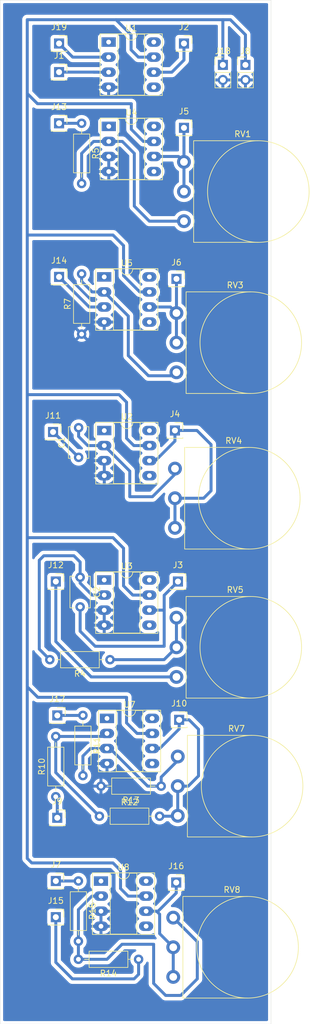
<source format=kicad_pcb>
(kicad_pcb (version 20240108) (generator "pcbnew") (generator_version "8.0")
  (layers (0 "F.Cu" signal) (31 "B.Cu" signal) (34 "B.Paste" user) (35 "F.Paste" user) (36 "B.SilkS" user "B.Silkscreen") (37 "F.SilkS" user "F.Silkscreen") (38 "B.Mask" user) (39 "F.Mask" user) (44 "Edge.Cuts" user))
  (net 0 "")
  (net 1 "GND")
  (net 2 "Net-(J2-Pin_1)")
  (net 5 "Net-(U2--)")
  (net 6 "Net-(J4-Pin_1)")
  (net 9 "Net-(U3--)")
  (net 10 "Net-(J3-Pin_1)")
  (net 13 "Net-(J5-Pin_1)")
  (net 14 "Net-(U4--)")
  (net 17 "Net-(J6-Pin_1)")
  (net 18 "Net-(U5--)")
  (net 21 "Net-(J11-Pin_1)")
  (net 22 "Net-(J1-Pin_1)")
  (net 23 "Net-(J12-Pin_1)")
  (net 24 "Net-(J13-Pin_1)")
  (net 25 "Net-(J14-Pin_1)")
  (net 26 "Net-(J9-Pin_1)")
  (net 27 "Net-(J10-Pin_1)")
  (net 28 "Net-(U7--)")
  (net 29 "Net-(U7-+)")
  (net 32 "Net-(J16-Pin_1)")
  (net 33 "Net-(U8--)")
  (net 34 "Net-(J15-Pin_1)")
  (net 37 "Net-(J17-Pin_1)")
  (net 38 "VCC")
  (net 39 "Net-(J19-Pin_1)")
  (net 40 "Net-(R4-Pad1)")
  (net 48 "Net-(J7-Pin_1)")
  (footprint "Resistor_THT:R_Axial_DIN0207_L6.3mm_D2.5mm_P10.16mm_Horizontal" (layer "F.Cu") (at 114.808 167.386 -90)
    (property "Reference" "R15" (at 5.08 -2.37 90) (layer "F.SilkS"))
    (property "Value" "R")
    (pad "1" thru_hole circle (at 0 0 270) (size 1.6 1.6) (drill 0.8) (layers "*.Cu" "*.Mask") (net 48 "Net-(J7-Pin_1)"))
    (pad "2" thru_hole oval (at 10.16 0 270) (size 1.6 1.6) (drill 0.8) (layers "*.Cu" "*.Mask") (net 33 "Net-(U8--)"))
  )
  (footprint "Package_DIP:DIP-8_W7.62mm_Socket_LongPads" (layer "F.Cu") (at 119.911 25.869)
    (property "Reference" "U1" (at 3.81 -2.33 0) (layer "F.SilkS"))
    (property "Value" "LM741")
    (pad "1" thru_hole rect (at 0 0) (size 2.4 1.6) (drill 0.8) (layers "*.Cu" "*.Mask"))
    (pad "2" thru_hole oval (at 0 2.54) (size 2.4 1.6) (drill 0.8) (layers "*.Cu" "*.Mask") (net 39 "Net-(J19-Pin_1)"))
    (pad "3" thru_hole oval (at 0 5.08) (size 2.4 1.6) (drill 0.8) (layers "*.Cu" "*.Mask") (net 22 "Net-(J1-Pin_1)"))
    (pad "4" thru_hole oval (at 0 7.62) (size 2.4 1.6) (drill 0.8) (layers "*.Cu" "*.Mask") (net 1 "GND"))
    (pad "5" thru_hole oval (at 7.62 7.62) (size 2.4 1.6) (drill 0.8) (layers "*.Cu" "*.Mask"))
    (pad "6" thru_hole oval (at 7.62 5.08) (size 2.4 1.6) (drill 0.8) (layers "*.Cu" "*.Mask") (net 2 "Net-(J2-Pin_1)"))
    (pad "7" thru_hole oval (at 7.62 2.54) (size 2.4 1.6) (drill 0.8) (layers "*.Cu" "*.Mask") (net 38 "VCC"))
    (pad "8" thru_hole oval (at 7.62 0) (size 2.4 1.6) (drill 0.8) (layers "*.Cu" "*.Mask"))
  )
  (footprint "Potentiometer_THT:Potentiometer_Omeg_PC16BU_Vertical" (layer "F.Cu") (at 132.626 56.08)
    (property "Reference" "RV1" (at 9.915 -14.7 0) (layer "F.SilkS"))
    (property "Value" "R_Potentiometer")
    (pad "1" thru_hole circle (at 0 0) (size 2.34 2.34) (drill 1.3) (layers "*.Cu" "*.Mask") (net 14 "Net-(U4--)"))
    (pad "2" thru_hole circle (at 0 -5) (size 2.34 2.34) (drill 1.3) (layers "*.Cu" "*.Mask") (net 13 "Net-(J5-Pin_1)"))
    (pad "3" thru_hole circle (at 0 -10) (size 2.34 2.34) (drill 1.3) (layers "*.Cu" "*.Mask") (net 13 "Net-(J5-Pin_1)"))
  )
  (footprint "Resistor_THT:R_Axial_DIN0207_L6.3mm_D2.5mm_P10.16mm_Horizontal" (layer "F.Cu") (at 110.988 153.162 90)
    (property "Reference" "R10" (at 5.08 -2.37 90) (layer "F.SilkS"))
    (property "Value" "R")
    (pad "1" thru_hole circle (at 0 0 90) (size 1.6 1.6) (drill 0.8) (layers "*.Cu" "*.Mask") (net 26 "Net-(J9-Pin_1)"))
    (pad "2" thru_hole oval (at 10.16 0 90) (size 1.6 1.6) (drill 0.8) (layers "*.Cu" "*.Mask") (net 28 "Net-(U7--)"))
  )
  (footprint "Package_DIP:DIP-8_W7.62mm_Socket_LongPads" (layer "F.Cu") (at 119.936 40.088)
    (property "Reference" "U4" (at 3.81 -2.33 0) (layer "F.SilkS"))
    (property "Value" "LM741")
    (pad "1" thru_hole rect (at 0 0) (size 2.4 1.6) (drill 0.8) (layers "*.Cu" "*.Mask"))
    (pad "2" thru_hole oval (at 0 2.54) (size 2.4 1.6) (drill 0.8) (layers "*.Cu" "*.Mask") (net 14 "Net-(U4--)"))
    (pad "3" thru_hole oval (at 0 5.08) (size 2.4 1.6) (drill 0.8) (layers "*.Cu" "*.Mask") (net 1 "GND"))
    (pad "4" thru_hole oval (at 0 7.62) (size 2.4 1.6) (drill 0.8) (layers "*.Cu" "*.Mask") (net 1 "GND"))
    (pad "5" thru_hole oval (at 7.62 7.62) (size 2.4 1.6) (drill 0.8) (layers "*.Cu" "*.Mask"))
    (pad "6" thru_hole oval (at 7.62 5.08) (size 2.4 1.6) (drill 0.8) (layers "*.Cu" "*.Mask") (net 13 "Net-(J5-Pin_1)"))
    (pad "7" thru_hole oval (at 7.62 2.54) (size 2.4 1.6) (drill 0.8) (layers "*.Cu" "*.Mask") (net 38 "VCC"))
    (pad "8" thru_hole oval (at 7.62 0) (size 2.4 1.6) (drill 0.8) (layers "*.Cu" "*.Mask"))
  )
  (footprint "Package_DIP:DIP-8_W7.62mm_Socket_LongPads" (layer "F.Cu") (at 119.174 91.396)
    (property "Reference" "U2" (at 3.81 -2.33 0) (layer "F.SilkS"))
    (property "Value" "LM741")
    (pad "1" thru_hole rect (at 0 0) (size 2.4 1.6) (drill 0.8) (layers "*.Cu" "*.Mask"))
    (pad "2" thru_hole oval (at 0 2.54) (size 2.4 1.6) (drill 0.8) (layers "*.Cu" "*.Mask") (net 5 "Net-(U2--)"))
    (pad "3" thru_hole oval (at 0 5.08) (size 2.4 1.6) (drill 0.8) (layers "*.Cu" "*.Mask") (net 1 "GND"))
    (pad "4" thru_hole oval (at 0 7.62) (size 2.4 1.6) (drill 0.8) (layers "*.Cu" "*.Mask") (net 1 "GND"))
    (pad "5" thru_hole oval (at 7.62 7.62) (size 2.4 1.6) (drill 0.8) (layers "*.Cu" "*.Mask"))
    (pad "6" thru_hole oval (at 7.62 5.08) (size 2.4 1.6) (drill 0.8) (layers "*.Cu" "*.Mask") (net 6 "Net-(J4-Pin_1)"))
    (pad "7" thru_hole oval (at 7.62 2.54) (size 2.4 1.6) (drill 0.8) (layers "*.Cu" "*.Mask") (net 38 "VCC"))
    (pad "8" thru_hole oval (at 7.62 0) (size 2.4 1.6) (drill 0.8) (layers "*.Cu" "*.Mask"))
  )
  (footprint "Connector_PinSocket_2.54mm:PinSocket_1x01_P2.54mm_Vertical" (layer "F.Cu") (at 110.998 116.866)
    (property "Reference" "J12" (at 0 -2.77 0) (layer "F.SilkS"))
    (property "Value" "Conn_01x01_Pin")
    (pad "1" thru_hole rect (at 0 0) (size 1.7 1.7) (drill 1) (layers "*.Cu" "*.Mask") (net 23 "Net-(J12-Pin_1)"))
  )
  (footprint "Connector_PinSocket_2.54mm:PinSocket_1x01_P2.54mm_Vertical" (layer "F.Cu") (at 131.362 65.812)
    (property "Reference" "J6" (at 0 -2.77 0) (layer "F.SilkS"))
    (property "Value" "Conn_01x01_Pin")
    (pad "1" thru_hole rect (at 0 0) (size 1.7 1.7) (drill 1) (layers "*.Cu" "*.Mask") (net 17 "Net-(J6-Pin_1)"))
  )
  (footprint "Package_DIP:DIP-8_W7.62mm_Socket_LongPads" (layer "F.Cu") (at 119.634 139.954)
    (property "Reference" "U7" (at 3.81 -2.33 0) (layer "F.SilkS"))
    (property "Value" "LM741")
    (pad "1" thru_hole rect (at 0 0) (size 2.4 1.6) (drill 0.8) (layers "*.Cu" "*.Mask"))
    (pad "2" thru_hole oval (at 0 2.54) (size 2.4 1.6) (drill 0.8) (layers "*.Cu" "*.Mask") (net 28 "Net-(U7--)"))
    (pad "3" thru_hole oval (at 0 5.08) (size 2.4 1.6) (drill 0.8) (layers "*.Cu" "*.Mask") (net 29 "Net-(U7-+)"))
    (pad "4" thru_hole oval (at 0 7.62) (size 2.4 1.6) (drill 0.8) (layers "*.Cu" "*.Mask") (net 1 "GND"))
    (pad "5" thru_hole oval (at 7.62 7.62) (size 2.4 1.6) (drill 0.8) (layers "*.Cu" "*.Mask"))
    (pad "6" thru_hole oval (at 7.62 5.08) (size 2.4 1.6) (drill 0.8) (layers "*.Cu" "*.Mask") (net 27 "Net-(J10-Pin_1)"))
    (pad "7" thru_hole oval (at 7.62 2.54) (size 2.4 1.6) (drill 0.8) (layers "*.Cu" "*.Mask") (net 38 "VCC"))
    (pad "8" thru_hole oval (at 7.62 0) (size 2.4 1.6) (drill 0.8) (layers "*.Cu" "*.Mask"))
  )
  (footprint "Resistor_THT:R_Axial_DIN0207_L6.3mm_D2.5mm_P10.16mm_Horizontal" (layer "F.Cu") (at 128.778 151.384 180)
    (property "Reference" "R13" (at 5.08 -2.37 0) (layer "F.SilkS"))
    (property "Value" "R")
    (pad "1" thru_hole circle (at 0 0 180) (size 1.6 1.6) (drill 0.8) (layers "*.Cu" "*.Mask") (net 29 "Net-(U7-+)"))
    (pad "2" thru_hole oval (at 10.16 0 180) (size 1.6 1.6) (drill 0.8) (layers "*.Cu" "*.Mask") (net 1 "GND"))
  )
  (footprint "Connector_PinSocket_2.54mm:PinSocket_1x01_P2.54mm_Vertical" (layer "F.Cu") (at 111.544 26.108)
    (property "Reference" "J19" (at 0 -2.77 0) (layer "F.SilkS"))
    (property "Value" "Conn_01x01_Pin")
    (pad "1" thru_hole rect (at 0 0) (size 1.7 1.7) (drill 1) (layers "*.Cu" "*.Mask") (net 39 "Net-(J19-Pin_1)"))
  )
  (footprint "Potentiometer_THT:Potentiometer_Omeg_PC16BU_Vertical" (layer "F.Cu") (at 131.108 107.816)
    (property "Reference" "RV4" (at 9.915 -14.7 0) (layer "F.SilkS"))
    (property "Value" "R_Potentiometer")
    (pad "1" thru_hole circle (at 0 0) (size 2.34 2.34) (drill 1.3) (layers "*.Cu" "*.Mask") (net 6 "Net-(J4-Pin_1)"))
    (pad "2" thru_hole circle (at 0 -5) (size 2.34 2.34) (drill 1.3) (layers "*.Cu" "*.Mask") (net 6 "Net-(J4-Pin_1)"))
    (pad "3" thru_hole circle (at 0 -10) (size 2.34 2.34) (drill 1.3) (layers "*.Cu" "*.Mask") (net 5 "Net-(U2--)"))
  )
  (footprint "Connector_PinSocket_2.54mm:PinSocket_1x01_P2.54mm_Vertical" (layer "F.Cu") (at 110.998 167.386)
    (property "Reference" "J7" (at 0 -2.77 0) (layer "F.SilkS"))
    (property "Value" "Conn_01x01_Pin")
    (pad "1" thru_hole rect (at 0 0) (size 1.7 1.7) (drill 1) (layers "*.Cu" "*.Mask") (net 48 "Net-(J7-Pin_1)"))
  )
  (footprint "Package_DIP:DIP-8_W7.62mm_Socket_LongPads" (layer "F.Cu") (at 119.164 116.612)
    (property "Reference" "U3" (at 3.81 -2.33 0) (layer "F.SilkS"))
    (property "Value" "LM741")
    (pad "1" thru_hole rect (at 0 0) (size 2.4 1.6) (drill 0.8) (layers "*.Cu" "*.Mask"))
    (pad "2" thru_hole oval (at 0 2.54) (size 2.4 1.6) (drill 0.8) (layers "*.Cu" "*.Mask") (net 9 "Net-(U3--)"))
    (pad "3" thru_hole oval (at 0 5.08) (size 2.4 1.6) (drill 0.8) (layers "*.Cu" "*.Mask") (net 1 "GND"))
    (pad "4" thru_hole oval (at 0 7.62) (size 2.4 1.6) (drill 0.8) (layers "*.Cu" "*.Mask") (net 1 "GND"))
    (pad "5" thru_hole oval (at 7.62 7.62) (size 2.4 1.6) (drill 0.8) (layers "*.Cu" "*.Mask"))
    (pad "6" thru_hole oval (at 7.62 5.08) (size 2.4 1.6) (drill 0.8) (layers "*.Cu" "*.Mask") (net 10 "Net-(J3-Pin_1)"))
    (pad "7" thru_hole oval (at 7.62 2.54) (size 2.4 1.6) (drill 0.8) (layers "*.Cu" "*.Mask") (net 38 "VCC"))
    (pad "8" thru_hole oval (at 7.62 0) (size 2.4 1.6) (drill 0.8) (layers "*.Cu" "*.Mask"))
  )
  (footprint "Connector_PinSocket_2.54mm:PinSocket_1x01_P2.54mm_Vertical" (layer "F.Cu") (at 111.544 65.478)
    (property "Reference" "J14" (at 0 -2.77 0) (layer "F.SilkS"))
    (property "Value" "Conn_01x01_Pin" (hide yes))
    (pad "1" thru_hole rect (at 0 0) (size 1.7 1.7) (drill 1) (layers "*.Cu" "*.Mask") (net 25 "Net-(J14-Pin_1)"))
  )
  (footprint "Connector_PinSocket_2.54mm:PinSocket_1x01_P2.54mm_Vertical" (layer "F.Cu") (at 131.816 140.198)
    (property "Reference" "J10" (at 0 -2.77 0) (layer "F.SilkS"))
    (property "Value" "Conn_01x01_Pin" (hide yes))
    (pad "1" thru_hole rect (at 0 0) (size 1.7 1.7) (drill 1) (layers "*.Cu" "*.Mask") (net 27 "Net-(J10-Pin_1)"))
  )
  (footprint "Capacitor_THT:C_Disc_D5.1mm_W3.2mm_P5.00mm" (layer "F.Cu") (at 115.1 116.144 -90)
    (property "Reference" "C2" (at 2.5 -2.85 90) (layer "F.SilkS"))
    (property "Value" "C")
    (pad "1" thru_hole circle (at 0 0 270) (size 1.6 1.6) (drill 0.8) (layers "*.Cu" "*.Mask") (net 9 "Net-(U3--)"))
    (pad "2" thru_hole circle (at 5 0 270) (size 1.6 1.6) (drill 0.8) (layers "*.Cu" "*.Mask") (net 10 "Net-(J3-Pin_1)"))
  )
  (footprint "Potentiometer_THT:Potentiometer_Omeg_PC16BU_Vertical" (layer "F.Cu") (at 130.816 183.562)
    (property "Reference" "RV8" (at 9.915 -14.7 0) (layer "F.SilkS"))
    (property "Value" "R_Potentiometer")
    (pad "1" thru_hole circle (at 0 0) (size 2.34 2.34) (drill 1.3) (layers "*.Cu" "*.Mask") (net 32 "Net-(J16-Pin_1)"))
    (pad "2" thru_hole circle (at 0 -5) (size 2.34 2.34) (drill 1.3) (layers "*.Cu" "*.Mask") (net 32 "Net-(J16-Pin_1)"))
    (pad "3" thru_hole circle (at 0 -10) (size 2.34 2.34) (drill 1.3) (layers "*.Cu" "*.Mask") (net 33 "Net-(U8--)"))
  )
  (footprint "Connector_PinSocket_2.54mm:PinSocket_1x01_P2.54mm_Vertical" (layer "F.Cu") (at 131.318 167.64)
    (property "Reference" "J16" (at 0 -2.77 0) (layer "F.SilkS"))
    (property "Value" "Conn_01x01_Pin")
    (pad "1" thru_hole rect (at 0 0) (size 1.7 1.7) (drill 1) (layers "*.Cu" "*.Mask") (net 32 "Net-(J16-Pin_1)"))
  )
  (footprint "Connector_PinSocket_2.54mm:PinSocket_1x01_P2.54mm_Vertical" (layer "F.Cu") (at 110.998 173.482)
    (property "Reference" "J15" (at 0 -2.77 0) (layer "F.SilkS"))
    (property "Value" "Conn_01x01_Pin")
    (pad "1" thru_hole rect (at 0 0) (size 1.7 1.7) (drill 1) (layers "*.Cu" "*.Mask") (net 34 "Net-(J15-Pin_1)"))
  )
  (footprint "Potentiometer_THT:Potentiometer_Omeg_PC16BU_Vertical" (layer "F.Cu") (at 131.356 81.574)
    (property "Reference" "RV3" (at 9.915 -14.7 0) (layer "F.SilkS"))
    (property "Value" "R_Potentiometer")
    (pad "1" thru_hole circle (at 0 0) (size 2.34 2.34) (drill 1.3) (layers "*.Cu" "*.Mask") (net 18 "Net-(U5--)"))
    (pad "2" thru_hole circle (at 0 -5) (size 2.34 2.34) (drill 1.3) (layers "*.Cu" "*.Mask") (net 17 "Net-(J6-Pin_1)"))
    (pad "3" thru_hole circle (at 0 -10) (size 2.34 2.34) (drill 1.3) (layers "*.Cu" "*.Mask") (net 17 "Net-(J6-Pin_1)"))
  )
  (footprint "Resistor_THT:R_Axial_DIN0207_L6.3mm_D2.5mm_P10.16mm_Horizontal" (layer "F.Cu") (at 118.354 156.454)
    (property "Reference" "R12" (at 5.08 -2.37 0) (layer "F.SilkS"))
    (property "Value" "R")
    (pad "1" thru_hole circle (at 0 0) (size 1.6 1.6) (drill 0.8) (layers "*.Cu" "*.Mask") (net 28 "Net-(U7--)"))
    (pad "2" thru_hole oval (at 10.16 0) (size 1.6 1.6) (drill 0.8) (layers "*.Cu" "*.Mask") (net 27 "Net-(J10-Pin_1)"))
  )
  (footprint "Connector_PinSocket_2.54mm:PinSocket_1x01_P2.54mm_Vertical" (layer "F.Cu") (at 132.626 40.332)
    (property "Reference" "J5" (at 0 -2.77 0) (layer "F.SilkS"))
    (property "Value" "Conn_01x01_Pin")
    (pad "1" thru_hole rect (at 0 0) (size 1.7 1.7) (drill 1) (layers "*.Cu" "*.Mask") (net 13 "Net-(J5-Pin_1)"))
  )
  (footprint "Resistor_THT:R_Axial_DIN0207_L6.3mm_D2.5mm_P10.16mm_Horizontal" (layer "F.Cu") (at 120.142 130.048 180)
    (property "Reference" "R4" (at 5.08 -2.37 0) (layer "F.SilkS"))
    (property "Value" "R")
    (pad "1" thru_hole circle (at 0 0 180) (size 1.6 1.6) (drill 0.8) (layers "*.Cu" "*.Mask") (net 40 "Net-(R4-Pad1)"))
    (pad "2" thru_hole oval (at 10.16 0 180) (size 1.6 1.6) (drill 0.8) (layers "*.Cu" "*.Mask") (net 9 "Net-(U3--)"))
  )
  (footprint "Potentiometer_THT:Potentiometer_Omeg_PC16BU_Vertical" (layer "F.Cu") (at 131.356 132.962)
    (property "Reference" "RV5" (at 9.915 -14.7 0) (layer "F.SilkS"))
    (property "Value" "R_Potentiometer")
    (pad "1" thru_hole circle (at 0 0) (size 2.34 2.34) (drill 1.3) (layers "*.Cu" "*.Mask") (net 23 "Net-(J12-Pin_1)"))
    (pad "2" thru_hole circle (at 0 -5) (size 2.34 2.34) (drill 1.3) (layers "*.Cu" "*.Mask") (net 40 "Net-(R4-Pad1)"))
    (pad "3" thru_hole circle (at 0 -10) (size 2.34 2.34) (drill 1.3) (layers "*.Cu" "*.Mask") (net 40 "Net-(R4-Pad1)"))
  )
  (footprint "Connector_PinSocket_2.54mm:PinSocket_1x01_P2.54mm_Vertical" (layer "F.Cu") (at 111.544 30.934)
    (property "Reference" "J1" (at 0 -2.77 0) (layer "F.SilkS"))
    (property "Value" "Conn_01x01_Pin")
    (pad "1" thru_hole rect (at 0 0) (size 1.7 1.7) (drill 1) (layers "*.Cu" "*.Mask") (net 22 "Net-(J1-Pin_1)"))
  )
  (footprint "Connector_PinSocket_2.54mm:PinSocket_1x01_P2.54mm_Vertical" (layer "F.Cu") (at 131.61 116.866)
    (property "Reference" "J3" (at 0 -2.77 0) (layer "F.SilkS"))
    (property "Value" "Conn_01x01_Pin")
    (pad "1" thru_hole rect (at 0 0) (size 1.7 1.7) (drill 1) (layers "*.Cu" "*.Mask") (net 10 "Net-(J3-Pin_1)"))
  )
  (footprint "Connector_PinHeader_2.54mm:PinHeader_1x02_P2.54mm_Vertical" (layer "F.Cu") (at 139.192 29.718)
    (property "Reference" "J18" (at 0 -2.33 360) (layer "F.SilkS"))
    (property "Value" "Conn_01x02_Pin")
    (pad "1" thru_hole rect (at 0 0) (size 1.7 1.7) (drill 1) (layers "*.Cu" "*.Mask") (net 38 "VCC"))
    (pad "2" thru_hole oval (at 0 2.54) (size 1.7 1.7) (drill 1) (layers "*.Cu" "*.Mask") (net 1 "GND"))
  )
  (footprint "Connector_PinSocket_2.54mm:PinSocket_1x01_P2.54mm_Vertical" (layer "F.Cu") (at 111.242 156.718)
    (property "Reference" "J9" (at 0 -2.77 0) (layer "F.SilkS"))
    (property "Value" "Conn_01x01_Pin")
    (pad "1" thru_hole rect (at 0 0) (size 1.7 1.7) (drill 1) (layers "*.Cu" "*.Mask") (net 26 "Net-(J9-Pin_1)"))
  )
  (footprint "Connector_PinSocket_2.54mm:PinSocket_1x01_P2.54mm_Vertical" (layer "F.Cu") (at 131.102 91.386)
    (property "Reference" "J4" (at 0 -2.77 0) (layer "F.SilkS"))
    (property "Value" "Conn_01x01_Pin")
    (pad "1" thru_hole rect (at 0 0) (size 1.7 1.7) (drill 1) (layers "*.Cu" "*.Mask") (net 6 "Net-(J4-Pin_1)"))
  )
  (footprint "Resistor_THT:R_Axial_DIN0207_L6.3mm_D2.5mm_P10.16mm_Horizontal" (layer "F.Cu") (at 115.354 75.13 90)
    (property "Reference" "R7" (at 5.08 -2.37 90) (layer "F.SilkS"))
    (property "Value" "R")
    (pad "1" thru_hole circle (at 0 0 90) (size 1.6 1.6) (drill 0.8) (layers "*.Cu" "*.Mask") (net 1 "GND"))
    (pad "2" thru_hole oval (at 10.16 0 90) (size 1.6 1.6) (drill 0.8) (layers "*.Cu" "*.Mask") (net 18 "Net-(U5--)"))
  )
  (footprint "Connector_PinHeader_2.54mm:PinHeader_1x02_P2.54mm_Vertical" (layer "F.Cu") (at 143.002 29.718)
    (property "Reference" "J8" (at 0 -2.33 360) (layer "F.SilkS"))
    (property "Value" "Conn_01x02_Pin")
    (pad "1" thru_hole rect (at 0 0) (size 1.7 1.7) (drill 1) (layers "*.Cu" "*.Mask") (net 38 "VCC"))
    (pad "2" thru_hole oval (at 0 2.54) (size 1.7 1.7) (drill 1) (layers "*.Cu" "*.Mask") (net 1 "GND"))
  )
  (footprint "Resistor_THT:R_Axial_DIN0207_L6.3mm_D2.5mm_P10.16mm_Horizontal" (layer "F.Cu") (at 115.354 39.57 -90)
    (property "Reference" "R5" (at 5.08 -2.37 90) (layer "F.SilkS"))
    (property "Value" "R")
    (pad "1" thru_hole circle (at 0 0 270) (size 1.6 1.6) (drill 0.8) (layers "*.Cu" "*.Mask") (net 24 "Net-(J13-Pin_1)"))
    (pad "2" thru_hole oval (at 10.16 0 270) (size 1.6 1.6) (drill 0.8) (layers "*.Cu" "*.Mask") (net 14 "Net-(U4--)"))
  )
  (footprint "Resistor_THT:R_Axial_DIN0207_L6.3mm_D2.5mm_P10.16mm_Horizontal" (layer "F.Cu") (at 124.968 180.594 180)
    (property "Reference" "R14" (at 5.08 -2.37 0) (layer "F.SilkS"))
    (property "Value" "R")
    (pad "1" thru_hole circle (at 0 0 180) (size 1.6 1.6) (drill 0.8) (layers "*.Cu" "*.Mask") (net 34 "Net-(J15-Pin_1)"))
    (pad "2" thru_hole oval (at 10.16 0 180) (size 1.6 1.6) (drill 0.8) (layers "*.Cu" "*.Mask") (net 33 "Net-(U8--)"))
  )
  (footprint "Connector_PinSocket_2.54mm:PinSocket_1x01_P2.54mm_Vertical" (layer "F.Cu") (at 111.544 39.57)
    (property "Reference" "J13" (at 0 -2.77 0) (layer "F.SilkS"))
    (property "Value" "Conn_01x01_Pin")
    (pad "1" thru_hole rect (at 0 0) (size 1.7 1.7) (drill 1) (layers "*.Cu" "*.Mask") (net 24 "Net-(J13-Pin_1)"))
  )
  (footprint "Connector_PinSocket_2.54mm:PinSocket_1x01_P2.54mm_Vertical" (layer "F.Cu") (at 110.528 91.64)
    (property "Reference" "J11" (at 0 -2.77 0) (layer "F.SilkS"))
    (property "Value" "Conn_01x01_Pin")
    (pad "1" thru_hole rect (at 0 0) (size 1.7 1.7) (drill 1) (layers "*.Cu" "*.Mask") (net 21 "Net-(J11-Pin_1)"))
  )
  (footprint "Capacitor_THT:C_Disc_D5.1mm_W3.2mm_P5.00mm" (layer "F.Cu") (at 114.846 95.918 90)
    (property "Reference" "C1" (at 2.5 -2.85 90) (layer "F.SilkS"))
    (property "Value" "C")
    (pad "1" thru_hole circle (at 0 0 90) (size 1.6 1.6) (drill 0.8) (layers "*.Cu" "*.Mask") (net 21 "Net-(J11-Pin_1)"))
    (pad "2" thru_hole circle (at 5 0 90) (size 1.6 1.6) (drill 0.8) (layers "*.Cu" "*.Mask") (net 5 "Net-(U2--)"))
  )
  (footprint "Package_DIP:DIP-8_W7.62mm_Socket_LongPads" (layer "F.Cu") (at 118.618 167.396)
    (property "Reference" "U8" (at 3.81 -2.33 0) (layer "F.SilkS"))
    (property "Value" "LM741")
    (pad "1" thru_hole rect (at 0 0) (size 2.4 1.6) (drill 0.8) (layers "*.Cu" "*.Mask"))
    (pad "2" thru_hole oval (at 0 2.54) (size 2.4 1.6) (drill 0.8) (layers "*.Cu" "*.Mask") (net 33 "Net-(U8--)"))
    (pad "3" thru_hole oval (at 0 5.08) (size 2.4 1.6) (drill 0.8) (layers "*.Cu" "*.Mask") (net 1 "GND"))
    (pad "4" thru_hole oval (at 0 7.62) (size 2.4 1.6) (drill 0.8) (layers "*.Cu" "*.Mask") (net 1 "GND"))
    (pad "5" thru_hole oval (at 7.62 7.62) (size 2.4 1.6) (drill 0.8) (layers "*.Cu" "*.Mask"))
    (pad "6" thru_hole oval (at 7.62 5.08) (size 2.4 1.6) (drill 0.8) (layers "*.Cu" "*.Mask") (net 32 "Net-(J16-Pin_1)"))
    (pad "7" thru_hole oval (at 7.62 2.54) (size 2.4 1.6) (drill 0.8) (layers "*.Cu" "*.Mask") (net 38 "VCC"))
    (pad "8" thru_hole oval (at 7.62 0) (size 2.4 1.6) (drill 0.8) (layers "*.Cu" "*.Mask"))
  )
  (footprint "Connector_PinSocket_2.54mm:PinSocket_1x01_P2.54mm_Vertical" (layer "F.Cu") (at 132.626 26.108)
    (property "Reference" "J2" (at 0 -2.77 0) (layer "F.SilkS"))
    (property "Value" "Conn_01x01_Pin" (hide yes))
    (pad "1" thru_hole rect (at 0 0) (size 1.7 1.7) (drill 1) (layers "*.Cu" "*.Mask") (net 2 "Net-(J2-Pin_1)"))
  )
  (footprint "Resistor_THT:R_Axial_DIN0207_L6.3mm_D2.5mm_P10.16mm_Horizontal" (layer "F.Cu") (at 115.57 139.446 -90)
    (property "Reference" "R11" (at 5.08 -2.37 90) (layer "F.SilkS"))
    (property "Value" "R")
    (pad "1" thru_hole circle (at 0 0 270) (size 1.6 1.6) (drill 0.8) (layers "*.Cu" "*.Mask") (net 37 "Net-(J17-Pin_1)"))
    (pad "2" thru_hole oval (at 10.16 0 270) (size 1.6 1.6) (drill 0.8) (layers "*.Cu" "*.Mask") (net 29 "Net-(U7-+)"))
  )
  (footprint "Potentiometer_THT:Potentiometer_Omeg_PC16BU_Vertical" (layer "F.Cu") (at 131.578 156.384)
    (property "Reference" "RV7" (at 9.915 -14.7 0) (layer "F.SilkS"))
    (property "Value" "R_Potentiometer")
    (pad "1" thru_hole circle (at 0 0) (size 2.34 2.34) (drill 1.3) (layers "*.Cu" "*.Mask") (net 27 "Net-(J10-Pin_1)"))
    (pad "2" thru_hole circle (at 0 -5) (size 2.34 2.34) (drill 1.3) (layers "*.Cu" "*.Mask") (net 27 "Net-(J10-Pin_1)"))
    (pad "3" thru_hole circle (at 0 -10) (size 2.34 2.34) (drill 1.3) (layers "*.Cu" "*.Mask") (net 29 "Net-(U7-+)"))
  )
  (footprint "Package_DIP:DIP-8_W7.62mm_Socket_LongPads" (layer "F.Cu") (at 119.164 65.478)
    (property "Reference" "U5" (at 3.81 -2.33 0) (layer "F.SilkS"))
    (property "Value" "LM741")
    (pad "1" thru_hole rect (at 0 0) (size 2.4 1.6) (drill 0.8) (layers "*.Cu" "*.Mask"))
    (pad "2" thru_hole oval (at 0 2.54) (size 2.4 1.6) (drill 0.8) (layers "*.Cu" "*.Mask") (net 18 "Net-(U5--)"))
    (pad "3" thru_hole oval (at 0 5.08) (size 2.4 1.6) (drill 0.8) (layers "*.Cu" "*.Mask") (net 25 "Net-(J14-Pin_1)"))
    (pad "4" thru_hole oval (at 0 7.62) (size 2.4 1.6) (drill 0.8) (layers "*.Cu" "*.Mask") (net 1 "GND"))
    (pad "5" thru_hole oval (at 7.62 7.62) (size 2.4 1.6) (drill 0.8) (layers "*.Cu" "*.Mask"))
    (pad "6" thru_hole oval (at 7.62 5.08) (size 2.4 1.6) (drill 0.8) (layers "*.Cu" "*.Mask") (net 17 "Net-(J6-Pin_1)"))
    (pad "7" thru_hole oval (at 7.62 2.54) (size 2.4 1.6) (drill 0.8) (layers "*.Cu" "*.Mask") (net 38 "VCC"))
    (pad "8" thru_hole oval (at 7.62 0) (size 2.4 1.6) (drill 0.8) (layers "*.Cu" "*.Mask"))
  )
  (footprint "Connector_PinSocket_2.54mm:PinSocket_1x01_P2.54mm_Vertical" (layer "F.Cu") (at 111.252 139.456)
    (property "Reference" "J17" (at 0 -2.77 0) (layer "F.SilkS"))
    (property "Value" "Conn_01x01_Pin")
    (pad "1" thru_hole rect (at 0 0) (size 1.7 1.7) (drill 1) (layers "*.Cu" "*.Mask") (net 37 "Net-(J17-Pin_1)"))
  )
  (gr_line (start 101.6 18.796) (end 147.32 18.796) (stroke (width 0.05)) (layer "Edge.Cuts"))
  (gr_line (start 147.32 191.516) (end 101.6 191.516) (stroke (width 0.05)) (layer "Edge.Cuts"))
  (gr_line (start 101.6 191.516) (end 101.6 18.796) (stroke (width 0.05)) (layer "Edge.Cuts"))
  (gr_line (start 147.32 18.796) (end 147.32 191.516) (stroke (width 0.05)) (layer "Edge.Cuts"))
  (segment (start 130.579 30.949) (end 127.531 30.949) (width 0.5) (layer "B.Cu") (net 2))
  (segment (start 132.626 26.108) (end 132.626 28.902) (width 0.5) (layer "B.Cu") (net 2))
  (segment (start 132.626 28.902) (end 130.579 30.949) (width 0.5) (layer "B.Cu") (net 2))
  (segment (start 127.308 102.562) (end 123.482 102.562) (width 0.5) (layer "B.Cu") (net 5))
  (segment (start 116.38 93.936) (end 119.174 93.936) (width 0.5) (layer "B.Cu") (net 5))
  (segment (start 131.108 97.816) (end 131.108 98.762) (width 0.5) (layer "B.Cu") (net 5))
  (segment (start 123.482 102.562) (end 123.482 98.244) (width 0.5) (layer "B.Cu") (net 5))
  (segment (start 114.846 90.918) (end 114.846 92.402) (width 0.5) (layer "B.Cu") (net 5))
  (segment (start 131.108 98.762) (end 127.308 102.562) (width 0.5) (layer "B.Cu") (net 5))
  (segment (start 114.846 92.402) (end 116.38 93.936) (width 0.5) (layer "B.Cu") (net 5))
  (segment (start 123.482 98.244) (end 119.174 93.936) (width 0.5) (layer "B.Cu") (net 5))
  (segment (start 131.102 93.18) (end 131.102 91.386) (width 0.5) (layer "B.Cu") (net 6))
  (segment (start 127.806 96.476) (end 131.102 93.18) (width 0.5) (layer "B.Cu") (net 6))
  (segment (start 137.198 93.764) (end 134.82 91.386) (width 0.5) (layer "B.Cu") (net 6))
  (segment (start 126.794 96.476) (end 127.806 96.476) (width 0.5) (layer "B.Cu") (net 6))
  (segment (start 135.944 102.816) (end 137.198 101.562) (width 0.5) (layer "B.Cu") (net 6))
  (segment (start 137.198 101.562) (end 137.198 93.764) (width 0.5) (layer "B.Cu") (net 6))
  (segment (start 131.108 102.816) (end 135.944 102.816) (width 0.5) (layer "B.Cu") (net 6))
  (segment (start 131.108 107.816) (end 131.108 102.816) (width 0.5) (layer "B.Cu") (net 6))
  (segment (start 134.82 91.386) (end 131.102 91.386) (width 0.5) (layer "B.Cu") (net 6))
  (segment (start 115.1 117.132) (end 117.12 119.152) (width 0.5) (layer "B.Cu") (net 9))
  (segment (start 109.982 130.048) (end 108.204 128.27) (width 0.5) (layer "B.Cu") (net 9))
  (segment (start 114.488 116.144) (end 115.1 116.144) (width 0.5) (layer "B.Cu") (net 9))
  (segment (start 108.966 112.522) (end 114.046 112.522) (width 0.5) (layer "B.Cu") (net 9))
  (segment (start 114.046 112.522) (end 115.1 113.576) (width 0.5) (layer "B.Cu") (net 9))
  (segment (start 108.204 113.284) (end 108.966 112.522) (width 0.5) (layer "B.Cu") (net 9))
  (segment (start 115.1 116.144) (end 115.1 117.132) (width 0.5) (layer "B.Cu") (net 9))
  (segment (start 115.1 113.576) (end 115.1 116.144) (width 0.5) (layer "B.Cu") (net 9))
  (segment (start 117.12 119.152) (end 119.164 119.152) (width 0.5) (layer "B.Cu") (net 9))
  (segment (start 108.204 128.27) (end 108.204 113.284) (width 0.5) (layer "B.Cu") (net 9))
  (segment (start 131.61 116.866) (end 129.286 119.19) (width 0.5) (layer "B.Cu") (net 10))
  (segment (start 115.1 125.248) (end 115.1 121.144) (width 0.5) (layer "B.Cu") (net 10))
  (segment (start 129.286 121.692) (end 126.784 121.692) (width 0.5) (layer "B.Cu") (net 10))
  (segment (start 129.286 119.19) (end 129.286 127.788) (width 0.5) (layer "B.Cu") (net 10))
  (segment (start 127.8 121.692) (end 126.784 121.692) (width 0.5) (layer "B.Cu") (net 10))
  (segment (start 129.286 127.788) (end 117.64 127.788) (width 0.5) (layer "B.Cu") (net 10))
  (segment (start 117.64 127.788) (end 115.1 125.248) (width 0.5) (layer "B.Cu") (net 10))
  (segment (start 129.286 121.645) (end 129.286 121.692) (width 0.5) (layer "B.Cu") (net 10))
  (segment (start 131.714 45.168) (end 132.626 46.08) (width 0.5) (layer "B.Cu") (net 13))
  (segment (start 132.626 43.38) (end 132.626 43.46) (width 0.5) (layer "B.Cu") (net 13))
  (segment (start 132.626 40.332) (end 132.626 46.08) (width 0.5) (layer "B.Cu") (net 13))
  (segment (start 132.626 46.08) (end 132.626 51.08) (width 0.5) (layer "B.Cu") (net 13))
  (segment (start 127.556 45.168) (end 131.714 45.168) (width 0.5) (layer "B.Cu") (net 13))
  (segment (start 124.244 53.54) (end 124.244 44.65) (width 0.5) (layer "B.Cu") (net 14))
  (segment (start 117.376 42.628) (end 115.354 44.65) (width 0.5) (layer "B.Cu") (net 14))
  (segment (start 132.626 56.08) (end 126.784 56.08) (width 0.5) (layer "B.Cu") (net 14))
  (segment (start 126.784 56.08) (end 124.244 53.54) (width 0.5) (layer "B.Cu") (net 14))
  (segment (start 124.244 44.65) (end 122.222 42.628) (width 0.5) (layer "B.Cu") (net 14))
  (segment (start 122.222 42.628) (end 119.936 42.628) (width 0.5) (layer "B.Cu") (net 14))
  (segment (start 119.936 42.628) (end 117.376 42.628) (width 0.5) (layer "B.Cu") (net 14))
  (segment (start 115.354 44.65) (end 115.354 49.73) (width 0.5) (layer "B.Cu") (net 14))
  (segment (start 130.34 70.558) (end 131.356 71.574) (width 0.5) (layer "B.Cu") (net 17))
  (segment (start 126.784 70.558) (end 130.34 70.558) (width 0.5) (layer "B.Cu") (net 17))
  (segment (start 131.362 65.812) (end 131.362 71.568) (width 0.5) (layer "B.Cu") (net 17))
  (segment (start 131.356 71.574) (end 131.356 76.574) (width 0.5) (layer "B.Cu") (net 17))
  (segment (start 131.362 71.568) (end 131.356 71.574) (width 0.5) (layer "B.Cu") (net 17))
  (segment (start 119.164 68.018) (end 117.132 68.018) (width 0.5) (layer "B.Cu") (net 18))
  (segment (start 117.132 68.018) (end 115.354 66.24) (width 0.5) (layer "B.Cu") (net 18))
  (segment (start 126.63 82.162) (end 123.228 78.76) (width 0.5) (layer "B.Cu") (net 18))
  (segment (start 123.228 72.082) (end 119.164 68.018) (width 0.5) (layer "B.Cu") (net 18))
  (segment (start 131.108 82.162) (end 126.63 82.162) (width 0.5) (layer "B.Cu") (net 18))
  (segment (start 115.354 66.24) (end 115.354 64.97) (width 0.5) (layer "B.Cu") (net 18))
  (segment (start 123.228 78.76) (end 123.228 72.082) (width 0.5) (layer "B.Cu") (net 18))
  (segment (start 110.528 91.64) (end 110.568 91.64) (width 0.5) (layer "B.Cu") (net 21))
  (segment (start 110.568 91.64) (end 114.846 95.918) (width 0.5) (layer "B.Cu") (net 21))
  (segment (start 117.386 30.934) (end 118.118 30.934) (width 0.5) (layer "B.Cu") (net 22))
  (segment (start 111.544 30.934) (end 117.386 30.934) (width 0.5) (layer "B.Cu") (net 22))
  (segment (start 119.896 30.934) (end 119.911 30.949) (width 0.5) (layer "B.Cu") (net 22))
  (segment (start 117.386 30.934) (end 117.401 30.949) (width 0.5) (layer "B.Cu") (net 22))
  (segment (start 117.401 30.949) (end 119.911 30.949) (width 0.5) (layer "B.Cu") (net 22))
  (segment (start 110.998 126.988) (end 110.998 116.866) (width 0.5) (layer "B.Cu") (net 23))
  (segment (start 131.356 132.962) (end 116.972 132.962) (width 0.5) (layer "B.Cu") (net 23))
  (segment (start 116.972 132.962) (end 110.998 126.988) (width 0.5) (layer "B.Cu") (net 23))
  (segment (start 111.544 39.57) (end 115.354 39.57) (width 0.5) (layer "B.Cu") (net 24))
  (segment (start 116.624 70.558) (end 119.164 70.558) (width 0.5) (layer "B.Cu") (net 25))
  (segment (start 111.544 65.478) (end 116.624 70.558) (width 0.5) (layer "B.Cu") (net 25))
  (segment (start 111.242 153.416) (end 110.988 153.162) (width 0.5) (layer "B.Cu") (net 26))
  (segment (start 111.242 156.718) (end 111.242 153.416) (width 0.5) (layer "B.Cu") (net 26))
  (segment (start 131.508 156.454) (end 131.578 156.384) (width 0.5) (layer "B.Cu") (net 27))
  (segment (start 128.53 145.034) (end 127.254 145.034) (width 0.5) (layer "B.Cu") (net 27))
  (segment (start 131.816 140.198) (end 133.492 140.198) (width 0.5) (layer "B.Cu") (net 27))
  (segment (start 133.492 140.198) (end 135.08 141.786) (width 0.5) (layer "B.Cu") (net 27))
  (segment (start 131.816 140.198) (end 131.816 141.748) (width 0.5) (layer "B.Cu") (net 27))
  (segment (start 131.816 141.748) (end 128.53 145.034) (width 0.5) (layer "B.Cu") (net 27))
  (segment (start 128.514 156.454) (end 131.508 156.454) (width 0.5) (layer "B.Cu") (net 27))
  (segment (start 135.08 149.66) (end 133.356 151.384) (width 0.5) (layer "B.Cu") (net 27))
  (segment (start 133.356 151.384) (end 131.578 151.384) (width 0.5) (layer "B.Cu") (net 27))
  (segment (start 131.578 151.384) (end 131.578 156.384) (width 0.5) (layer "B.Cu") (net 27))
  (segment (start 135.08 141.786) (end 135.08 149.66) (width 0.5) (layer "B.Cu") (net 27))
  (segment (start 119.126 143.002) (end 119.634 142.494) (width 0.5) (layer "B.Cu") (net 28))
  (segment (start 110.988 143.002) (end 119.126 143.002) (width 0.5) (layer "B.Cu") (net 28))
  (segment (start 110.988 149.088) (end 110.988 143.002) (width 0.5) (layer "B.Cu") (net 28))
  (segment (start 118.354 156.454) (end 110.988 149.088) (width 0.5) (layer "B.Cu") (net 28))
  (segment (start 115.57 149.606) (end 115.57 146.304) (width 0.5) (layer "B.Cu") (net 29))
  (segment (start 128.778 151.384) (end 126.492 151.384) (width 0.5) (layer "B.Cu") (net 29))
  (segment (start 126.492 151.384) (end 120.142 145.034) (width 0.5) (layer "B.Cu") (net 29))
  (segment (start 131.578 146.384) (end 131.578 147.066) (width 0.5) (layer "B.Cu") (net 29))
  (segment (start 128.778 149.866) (end 128.778 151.384) (width 0.5) (layer "B.Cu") (net 29))
  (segment (start 120.142 145.034) (end 119.634 145.034) (width 0.5) (layer "B.Cu") (net 29))
  (segment (start 116.84 145.034) (end 119.634 145.034) (width 0.5) (layer "B.Cu") (net 29))
  (segment (start 115.57 146.304) (end 116.84 145.034) (width 0.5) (layer "B.Cu") (net 29))
  (segment (start 131.578 147.066) (end 128.778 149.866) (width 0.5) (layer "B.Cu") (net 29))
  (segment (start 128.006 172.476) (end 128.524 172.994) (width 0.5) (layer "B.Cu") (net 32))
  (segment (start 128.006 172.476) (end 128.26 172.476) (width 0.5) (layer "B.Cu") (net 32))
  (segment (start 126.248 172.476) (end 128.006 172.476) (width 0.5) (layer "B.Cu") (net 32))
  (segment (start 130.816 178.562) (end 130.816 183.562) (width 0.5) (layer "B.Cu") (net 32))
  (segment (start 128.524 172.994) (end 128.524 176.27) (width 0.5) (layer "B.Cu") (net 32))
  (segment (start 128.26 172.476) (end 131.318 169.418) (width 0.5) (layer "B.Cu") (net 32))
  (segment (start 128.524 176.27) (end 130.816 178.562) (width 0.5) (layer "B.Cu") (net 32))
  (segment (start 131.318 169.418) (end 131.318 167.64) (width 0.5) (layer "B.Cu") (net 32))
  (segment (start 132.08 186.69) (end 129.54 186.69) (width 0.5) (layer "B.Cu") (net 33))
  (segment (start 134.874 177.62) (end 134.874 183.896) (width 0.5) (layer "B.Cu") (net 33))
  (segment (start 114.808 180.594) (end 114.808 177.546) (width 0.5) (layer "B.Cu") (net 33))
  (segment (start 114.808 177.546) (end 114.808 172.212) (width 0.5) (layer "B.Cu") (net 33))
  (segment (start 119.634 180.594) (end 114.808 180.594) (width 0.5) (layer "B.Cu") (net 33))
  (segment (start 130.816 173.562) (end 134.874 177.62) (width 0.5) (layer "B.Cu") (net 33))
  (segment (start 134.874 183.896) (end 132.08 186.69) (width 0.5) (layer "B.Cu") (net 33))
  (segment (start 122.174 178.054) (end 119.634 180.594) (width 0.5) (layer "B.Cu") (net 33))
  (segment (start 117.084 169.936) (end 118.628 169.936) (width 0.5) (layer "B.Cu") (net 33))
  (segment (start 127.508 184.658) (end 127.508 178.054) (width 0.5) (layer "B.Cu") (net 33))
  (segment (start 114.808 172.212) (end 117.084 169.936) (width 0.5) (layer "B.Cu") (net 33))
  (segment (start 129.54 186.69) (end 127.508 184.658) (width 0.5) (layer "B.Cu") (net 33))
  (segment (start 127.508 178.054) (end 122.174 178.054) (width 0.5) (layer "B.Cu") (net 33))
  (segment (start 124.968 183.134) (end 124.968 180.594) (width 0.5) (layer "B.Cu") (net 34))
  (segment (start 110.998 173.482) (end 110.998 181.102) (width 0.5) (layer "B.Cu") (net 34))
  (segment (start 124.206 183.896) (end 124.968 183.134) (width 0.5) (layer "B.Cu") (net 34))
  (segment (start 110.998 181.102) (end 113.792 183.896) (width 0.5) (layer "B.Cu") (net 34))
  (segment (start 113.792 183.896) (end 124.206 183.896) (width 0.5) (layer "B.Cu") (net 34))
  (segment (start 115.56 139.456) (end 115.57 139.446) (width 0.5) (layer "B.Cu") (net 37))
  (segment (start 111.252 139.456) (end 115.56 139.456) (width 0.5) (layer "B.Cu") (net 37))
  (segment (start 125.168 68.018) (end 122.428 65.278) (width 0.5) (layer "B.Cu") (net 38))
  (segment (start 121.92 165.608) (end 120.65 164.338) (width 0.5) (layer "B.Cu") (net 38))
  (segment (start 122.428 117.602) (end 122.428 111.252) (width 0.5) (layer "B.Cu") (net 38))
  (segment (start 106.172 134.62) (end 106.172 133.35) (width 0.5) (layer "B.Cu") (net 38))
  (segment (start 123.2 169.936) (end 121.92 168.656) (width 0.5) (layer "B.Cu") (net 38))
  (segment (start 126.784 68.018) (end 125.168 68.018) (width 0.5) (layer "B.Cu") (net 38))
  (segment (start 106.172 22.098) (end 106.172 25.908) (width 0.5) (layer "B.Cu") (net 38))
  (segment (start 122.428 60.198) (end 120.65 58.42) (width 0.5) (layer "B.Cu") (net 38))
  (segment (start 124.929 28.409) (end 127.531 28.409) (width 0.5) (layer "B.Cu") (net 38))
  (segment (start 123.698 24.638) (end 123.698 27.178) (width 0.5) (layer "B.Cu") (net 38))
  (segment (start 126.784 119.152) (end 123.978 119.152) (width 0.5) (layer "B.Cu") (net 38))
  (segment (start 120.65 58.42) (end 106.172 58.42) (width 0.5) (layer "B.Cu") (net 38))
  (segment (start 143.002 24.638) (end 143.002 29.718) (width 0.5) (layer "B.Cu") (net 38))
  (segment (start 122.936 86.614) (end 121.666 85.344) (width 0.5) (layer "B.Cu") (net 38))
  (segment (start 120.65 109.474) (end 106.172 109.474) (width 0.5) (layer "B.Cu") (net 38))
  (segment (start 123.736 40.586) (end 125.778 42.628) (width 0.5) (layer "B.Cu") (net 38))
  (segment (start 106.172 22.098) (end 121.158 22.098) (width 0.5) (layer "B.Cu") (net 38))
  (segment (start 123.978 119.152) (end 122.428 117.602) (width 0.5) (layer "B.Cu") (net 38))
  (segment (start 139.192 22.098) (end 139.192 29.718) (width 0.5) (layer "B.Cu") (net 38))
  (segment (start 122.936 136.398) (end 107.95 136.398) (width 0.5) (layer "B.Cu") (net 38))
  (segment (start 123.736 36.268) (end 123.736 40.586) (width 0.5) (layer "B.Cu") (net 38))
  (segment (start 121.92 168.656) (end 121.92 165.608) (width 0.5) (layer "B.Cu") (net 38))
  (segment (start 106.172 163.576) (end 106.172 34.544) (width 0.5) (layer "B.Cu") (net 38))
  (segment (start 124.714 142.494) (end 122.936 140.716) (width 0.5) (layer "B.Cu") (net 38))
  (segment (start 127.254 142.494) (end 124.714 142.494) (width 0.5) (layer "B.Cu") (net 38))
  (segment (start 122.936 92.71) (end 122.936 86.614) (width 0.5) (layer "B.Cu") (net 38))
  (segment (start 122.936 140.716) (end 122.936 136.398) (width 0.5) (layer "B.Cu") (net 38))
  (segment (start 123.698 27.178) (end 124.929 28.409) (width 0.5) (layer "B.Cu") (net 38))
  (segment (start 126.794 93.936) (end 124.162 93.936) (width 0.5) (layer "B.Cu") (net 38))
  (segment (start 106.172 34.544) (end 107.896 36.268) (width 0.5) (layer "B.Cu") (net 38))
  (segment (start 107.896 36.268) (end 123.736 36.268) (width 0.5) (layer "B.Cu") (net 38))
  (segment (start 140.462 22.098) (end 143.002 24.638) (width 0.5) (layer "B.Cu") (net 38))
  (segment (start 122.428 65.278) (end 122.428 60.198) (width 0.5) (layer "B.Cu") (net 38))
  (segment (start 122.428 111.252) (end 120.65 109.474) (width 0.5) (layer "B.Cu") (net 38))
  (segment (start 125.778 42.628) (end 127.556 42.628) (width 0.5) (layer "B.Cu") (net 38))
  (segment (start 121.158 22.098) (end 139.192 22.098) (width 0.5) (layer "B.Cu") (net 38))
  (segment (start 106.934 164.338) (end 106.172 163.576) (width 0.5) (layer "B.Cu") (net 38))
  (segment (start 126.248 169.936) (end 123.2 169.936) (width 0.5) (layer "B.Cu") (net 38))
  (segment (start 121.666 85.344) (end 106.172 85.344) (width 0.5) (layer "B.Cu") (net 38))
  (segment (start 107.95 136.398) (end 106.172 134.62) (width 0.5) (layer "B.Cu") (net 38))
  (segment (start 120.65 164.338) (end 106.934 164.338) (width 0.5) (layer "B.Cu") (net 38))
  (segment (start 139.192 22.098) (end 140.462 22.098) (width 0.5) (layer "B.Cu") (net 38))
  (segment (start 121.158 22.098) (end 123.698 24.638) (width 0.5) (layer "B.Cu") (net 38))
  (segment (start 124.162 93.936) (end 122.936 92.71) (width 0.5) (layer "B.Cu") (net 38))
  (segment (start 106.172 25.908) (end 106.172 34.544) (width 0.5) (layer "B.Cu") (net 38))
  (segment (start 113.845 28.409) (end 111.544 26.108) (width 0.5) (layer "B.Cu") (net 39))
  (segment (start 119.911 28.409) (end 113.845 28.409) (width 0.5) (layer "B.Cu") (net 39))
  (segment (start 120.142 130.048) (end 129.27 130.048) (width 0.5) (layer "B.Cu") (net 40))
  (segment (start 129.27 130.048) (end 131.356 127.962) (width 0.5) (layer "B.Cu") (net 40))
  (segment (start 131.356 127.962) (end 131.356 122.962) (width 0.5) (layer "B.Cu") (net 40))
  (segment (start 110.998 167.386) (end 114.808 167.386) (width 0.5) (layer "B.Cu") (net 48))
  (zone (net 1) (net_name "GND") (layer "B.Cu") (connect_pads (clearance 0.6)) (min_thickness 0.4) (fill yes (thermal_gap 0.5) (thermal_bridge_width 0.5))
    (polygon (pts (xy 101.6 18.796) (xy 101.6 191.516) (xy 147.32 191.516) (xy 147.32 18.796)))
  )
)
</source>
